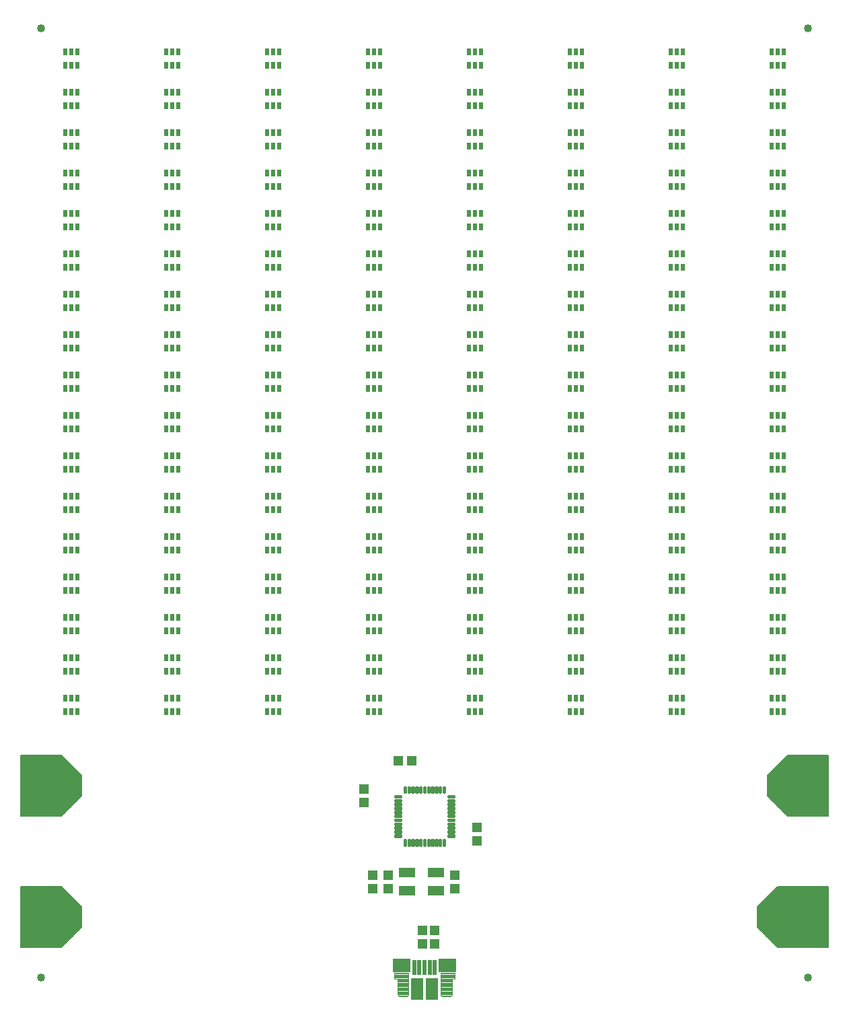
<source format=gts>
G75*
%MOIN*%
%OFA0B0*%
%FSLAX25Y25*%
%IPPOS*%
%LPD*%
%AMOC8*
5,1,8,0,0,1.08239X$1,22.5*
%
%ADD10C,0.00600*%
%ADD11R,0.02375X0.03556*%
%ADD12C,0.01803*%
%ADD13R,0.04737X0.05131*%
%ADD14R,0.05131X0.04737*%
%ADD15R,0.08280X0.05131*%
%ADD16R,0.02375X0.07690*%
%ADD17R,0.08674X0.06548*%
%ADD18R,0.06410X0.10643*%
%ADD19C,0.00400*%
%ADD20C,0.04000*%
D10*
X0001300Y0033524D02*
X0001300Y0063524D01*
X0021300Y0063524D01*
X0031300Y0053524D01*
X0031300Y0043524D01*
X0021300Y0033524D01*
X0001300Y0033524D01*
X0001300Y0033662D02*
X0021437Y0033662D01*
X0022036Y0034260D02*
X0001300Y0034260D01*
X0001300Y0034859D02*
X0022634Y0034859D01*
X0023233Y0035457D02*
X0001300Y0035457D01*
X0001300Y0036056D02*
X0023832Y0036056D01*
X0024430Y0036654D02*
X0001300Y0036654D01*
X0001300Y0037253D02*
X0025029Y0037253D01*
X0025627Y0037851D02*
X0001300Y0037851D01*
X0001300Y0038450D02*
X0026226Y0038450D01*
X0026824Y0039048D02*
X0001300Y0039048D01*
X0001300Y0039647D02*
X0027423Y0039647D01*
X0028021Y0040246D02*
X0001300Y0040246D01*
X0001300Y0040844D02*
X0028620Y0040844D01*
X0029218Y0041443D02*
X0001300Y0041443D01*
X0001300Y0042041D02*
X0029817Y0042041D01*
X0030415Y0042640D02*
X0001300Y0042640D01*
X0001300Y0043238D02*
X0031014Y0043238D01*
X0031300Y0043837D02*
X0001300Y0043837D01*
X0001300Y0044435D02*
X0031300Y0044435D01*
X0031300Y0045034D02*
X0001300Y0045034D01*
X0001300Y0045632D02*
X0031300Y0045632D01*
X0031300Y0046231D02*
X0001300Y0046231D01*
X0001300Y0046829D02*
X0031300Y0046829D01*
X0031300Y0047428D02*
X0001300Y0047428D01*
X0001300Y0048026D02*
X0031300Y0048026D01*
X0031300Y0048625D02*
X0001300Y0048625D01*
X0001300Y0049223D02*
X0031300Y0049223D01*
X0031300Y0049822D02*
X0001300Y0049822D01*
X0001300Y0050420D02*
X0031300Y0050420D01*
X0031300Y0051019D02*
X0001300Y0051019D01*
X0001300Y0051617D02*
X0031300Y0051617D01*
X0031300Y0052216D02*
X0001300Y0052216D01*
X0001300Y0052814D02*
X0031300Y0052814D01*
X0031300Y0053413D02*
X0001300Y0053413D01*
X0001300Y0054011D02*
X0030813Y0054011D01*
X0030215Y0054610D02*
X0001300Y0054610D01*
X0001300Y0055208D02*
X0029616Y0055208D01*
X0029018Y0055807D02*
X0001300Y0055807D01*
X0001300Y0056405D02*
X0028419Y0056405D01*
X0027821Y0057004D02*
X0001300Y0057004D01*
X0001300Y0057602D02*
X0027222Y0057602D01*
X0026624Y0058201D02*
X0001300Y0058201D01*
X0001300Y0058799D02*
X0026025Y0058799D01*
X0025427Y0059398D02*
X0001300Y0059398D01*
X0001300Y0059996D02*
X0024828Y0059996D01*
X0024230Y0060595D02*
X0001300Y0060595D01*
X0001300Y0061193D02*
X0023631Y0061193D01*
X0023032Y0061792D02*
X0001300Y0061792D01*
X0001300Y0062390D02*
X0022434Y0062390D01*
X0021835Y0062989D02*
X0001300Y0062989D01*
X0001300Y0098524D02*
X0001300Y0128524D01*
X0021300Y0128524D01*
X0031300Y0118524D01*
X0031300Y0108524D01*
X0021300Y0098524D01*
X0001300Y0098524D01*
X0001300Y0098900D02*
X0021675Y0098900D01*
X0022274Y0099498D02*
X0001300Y0099498D01*
X0001300Y0100097D02*
X0022872Y0100097D01*
X0023471Y0100695D02*
X0001300Y0100695D01*
X0001300Y0101294D02*
X0024069Y0101294D01*
X0024668Y0101892D02*
X0001300Y0101892D01*
X0001300Y0102491D02*
X0025266Y0102491D01*
X0025865Y0103089D02*
X0001300Y0103089D01*
X0001300Y0103688D02*
X0026463Y0103688D01*
X0027062Y0104286D02*
X0001300Y0104286D01*
X0001300Y0104885D02*
X0027660Y0104885D01*
X0028259Y0105483D02*
X0001300Y0105483D01*
X0001300Y0106082D02*
X0028857Y0106082D01*
X0029456Y0106680D02*
X0001300Y0106680D01*
X0001300Y0107279D02*
X0030054Y0107279D01*
X0030653Y0107877D02*
X0001300Y0107877D01*
X0001300Y0108476D02*
X0031251Y0108476D01*
X0031300Y0109074D02*
X0001300Y0109074D01*
X0001300Y0109673D02*
X0031300Y0109673D01*
X0031300Y0110271D02*
X0001300Y0110271D01*
X0001300Y0110870D02*
X0031300Y0110870D01*
X0031300Y0111468D02*
X0001300Y0111468D01*
X0001300Y0112067D02*
X0031300Y0112067D01*
X0031300Y0112665D02*
X0001300Y0112665D01*
X0001300Y0113264D02*
X0031300Y0113264D01*
X0031300Y0113862D02*
X0001300Y0113862D01*
X0001300Y0114461D02*
X0031300Y0114461D01*
X0031300Y0115059D02*
X0001300Y0115059D01*
X0001300Y0115658D02*
X0031300Y0115658D01*
X0031300Y0116256D02*
X0001300Y0116256D01*
X0001300Y0116855D02*
X0031300Y0116855D01*
X0031300Y0117453D02*
X0001300Y0117453D01*
X0001300Y0118052D02*
X0031300Y0118052D01*
X0031174Y0118650D02*
X0001300Y0118650D01*
X0001300Y0119249D02*
X0030575Y0119249D01*
X0029977Y0119848D02*
X0001300Y0119848D01*
X0001300Y0120446D02*
X0029378Y0120446D01*
X0028780Y0121045D02*
X0001300Y0121045D01*
X0001300Y0121643D02*
X0028181Y0121643D01*
X0027583Y0122242D02*
X0001300Y0122242D01*
X0001300Y0122840D02*
X0026984Y0122840D01*
X0026386Y0123439D02*
X0001300Y0123439D01*
X0001300Y0124037D02*
X0025787Y0124037D01*
X0025189Y0124636D02*
X0001300Y0124636D01*
X0001300Y0125234D02*
X0024590Y0125234D01*
X0023992Y0125833D02*
X0001300Y0125833D01*
X0001300Y0126431D02*
X0023393Y0126431D01*
X0022795Y0127030D02*
X0001300Y0127030D01*
X0001300Y0127628D02*
X0022196Y0127628D01*
X0021598Y0128227D02*
X0001300Y0128227D01*
X0366300Y0053524D02*
X0366300Y0043524D01*
X0376300Y0033524D01*
X0401300Y0033524D01*
X0401300Y0063524D01*
X0376300Y0063524D01*
X0366300Y0053524D01*
X0366300Y0053413D02*
X0401300Y0053413D01*
X0401300Y0054011D02*
X0366787Y0054011D01*
X0367385Y0054610D02*
X0401300Y0054610D01*
X0401300Y0055208D02*
X0367984Y0055208D01*
X0368582Y0055807D02*
X0401300Y0055807D01*
X0401300Y0056405D02*
X0369181Y0056405D01*
X0369779Y0057004D02*
X0401300Y0057004D01*
X0401300Y0057602D02*
X0370378Y0057602D01*
X0370976Y0058201D02*
X0401300Y0058201D01*
X0401300Y0058799D02*
X0371575Y0058799D01*
X0372173Y0059398D02*
X0401300Y0059398D01*
X0401300Y0059996D02*
X0372772Y0059996D01*
X0373370Y0060595D02*
X0401300Y0060595D01*
X0401300Y0061193D02*
X0373969Y0061193D01*
X0374568Y0061792D02*
X0401300Y0061792D01*
X0401300Y0062390D02*
X0375166Y0062390D01*
X0375765Y0062989D02*
X0401300Y0062989D01*
X0401300Y0052814D02*
X0366300Y0052814D01*
X0366300Y0052216D02*
X0401300Y0052216D01*
X0401300Y0051617D02*
X0366300Y0051617D01*
X0366300Y0051019D02*
X0401300Y0051019D01*
X0401300Y0050420D02*
X0366300Y0050420D01*
X0366300Y0049822D02*
X0401300Y0049822D01*
X0401300Y0049223D02*
X0366300Y0049223D01*
X0366300Y0048625D02*
X0401300Y0048625D01*
X0401300Y0048026D02*
X0366300Y0048026D01*
X0366300Y0047428D02*
X0401300Y0047428D01*
X0401300Y0046829D02*
X0366300Y0046829D01*
X0366300Y0046231D02*
X0401300Y0046231D01*
X0401300Y0045632D02*
X0366300Y0045632D01*
X0366300Y0045034D02*
X0401300Y0045034D01*
X0401300Y0044435D02*
X0366300Y0044435D01*
X0366300Y0043837D02*
X0401300Y0043837D01*
X0401300Y0043238D02*
X0366586Y0043238D01*
X0367185Y0042640D02*
X0401300Y0042640D01*
X0401300Y0042041D02*
X0367783Y0042041D01*
X0368382Y0041443D02*
X0401300Y0041443D01*
X0401300Y0040844D02*
X0368980Y0040844D01*
X0369579Y0040246D02*
X0401300Y0040246D01*
X0401300Y0039647D02*
X0370177Y0039647D01*
X0370776Y0039048D02*
X0401300Y0039048D01*
X0401300Y0038450D02*
X0371374Y0038450D01*
X0371973Y0037851D02*
X0401300Y0037851D01*
X0401300Y0037253D02*
X0372571Y0037253D01*
X0373170Y0036654D02*
X0401300Y0036654D01*
X0401300Y0036056D02*
X0373768Y0036056D01*
X0374367Y0035457D02*
X0401300Y0035457D01*
X0401300Y0034859D02*
X0374966Y0034859D01*
X0375564Y0034260D02*
X0401300Y0034260D01*
X0401300Y0033662D02*
X0376163Y0033662D01*
X0381300Y0098524D02*
X0401300Y0098524D01*
X0401300Y0128524D01*
X0381300Y0128524D01*
X0371300Y0118524D01*
X0371300Y0108524D01*
X0381300Y0098524D01*
X0380925Y0098900D02*
X0401300Y0098900D01*
X0401300Y0099498D02*
X0380326Y0099498D01*
X0379728Y0100097D02*
X0401300Y0100097D01*
X0401300Y0100695D02*
X0379129Y0100695D01*
X0378531Y0101294D02*
X0401300Y0101294D01*
X0401300Y0101892D02*
X0377932Y0101892D01*
X0377334Y0102491D02*
X0401300Y0102491D01*
X0401300Y0103089D02*
X0376735Y0103089D01*
X0376137Y0103688D02*
X0401300Y0103688D01*
X0401300Y0104286D02*
X0375538Y0104286D01*
X0374940Y0104885D02*
X0401300Y0104885D01*
X0401300Y0105483D02*
X0374341Y0105483D01*
X0373743Y0106082D02*
X0401300Y0106082D01*
X0401300Y0106680D02*
X0373144Y0106680D01*
X0372546Y0107279D02*
X0401300Y0107279D01*
X0401300Y0107877D02*
X0371947Y0107877D01*
X0371349Y0108476D02*
X0401300Y0108476D01*
X0401300Y0109074D02*
X0371300Y0109074D01*
X0371300Y0109673D02*
X0401300Y0109673D01*
X0401300Y0110271D02*
X0371300Y0110271D01*
X0371300Y0110870D02*
X0401300Y0110870D01*
X0401300Y0111468D02*
X0371300Y0111468D01*
X0371300Y0112067D02*
X0401300Y0112067D01*
X0401300Y0112665D02*
X0371300Y0112665D01*
X0371300Y0113264D02*
X0401300Y0113264D01*
X0401300Y0113862D02*
X0371300Y0113862D01*
X0371300Y0114461D02*
X0401300Y0114461D01*
X0401300Y0115059D02*
X0371300Y0115059D01*
X0371300Y0115658D02*
X0401300Y0115658D01*
X0401300Y0116256D02*
X0371300Y0116256D01*
X0371300Y0116855D02*
X0401300Y0116855D01*
X0401300Y0117453D02*
X0371300Y0117453D01*
X0371300Y0118052D02*
X0401300Y0118052D01*
X0401300Y0118650D02*
X0371426Y0118650D01*
X0372025Y0119249D02*
X0401300Y0119249D01*
X0401300Y0119848D02*
X0372623Y0119848D01*
X0373222Y0120446D02*
X0401300Y0120446D01*
X0401300Y0121045D02*
X0373820Y0121045D01*
X0374419Y0121643D02*
X0401300Y0121643D01*
X0401300Y0122242D02*
X0375017Y0122242D01*
X0375616Y0122840D02*
X0401300Y0122840D01*
X0401300Y0123439D02*
X0376214Y0123439D01*
X0376813Y0124037D02*
X0401300Y0124037D01*
X0401300Y0124636D02*
X0377411Y0124636D01*
X0378010Y0125234D02*
X0401300Y0125234D01*
X0401300Y0125833D02*
X0378608Y0125833D01*
X0379207Y0126431D02*
X0401300Y0126431D01*
X0401300Y0127030D02*
X0379805Y0127030D01*
X0380404Y0127628D02*
X0401300Y0127628D01*
X0401300Y0128227D02*
X0381002Y0128227D01*
D11*
X0379450Y0150178D03*
X0376300Y0150178D03*
X0373150Y0150178D03*
X0373150Y0156871D03*
X0376300Y0156871D03*
X0379450Y0156871D03*
X0379450Y0170178D03*
X0376300Y0170178D03*
X0373150Y0170178D03*
X0373150Y0176871D03*
X0376300Y0176871D03*
X0379450Y0176871D03*
X0379450Y0190178D03*
X0376300Y0190178D03*
X0373150Y0190178D03*
X0373150Y0196871D03*
X0376300Y0196871D03*
X0379450Y0196871D03*
X0379450Y0210178D03*
X0376300Y0210178D03*
X0373150Y0210178D03*
X0373150Y0216871D03*
X0376300Y0216871D03*
X0379450Y0216871D03*
X0379450Y0230178D03*
X0376300Y0230178D03*
X0373150Y0230178D03*
X0373150Y0236871D03*
X0376300Y0236871D03*
X0379450Y0236871D03*
X0379450Y0250178D03*
X0376300Y0250178D03*
X0373150Y0250178D03*
X0373150Y0256871D03*
X0376300Y0256871D03*
X0379450Y0256871D03*
X0379450Y0270178D03*
X0376300Y0270178D03*
X0373150Y0270178D03*
X0373150Y0276871D03*
X0376300Y0276871D03*
X0379450Y0276871D03*
X0379450Y0290178D03*
X0376300Y0290178D03*
X0373150Y0290178D03*
X0373150Y0296871D03*
X0376300Y0296871D03*
X0379450Y0296871D03*
X0379450Y0310178D03*
X0376300Y0310178D03*
X0373150Y0310178D03*
X0373150Y0316871D03*
X0376300Y0316871D03*
X0379450Y0316871D03*
X0379450Y0330178D03*
X0376300Y0330178D03*
X0373150Y0330178D03*
X0373150Y0336871D03*
X0376300Y0336871D03*
X0379450Y0336871D03*
X0379450Y0350178D03*
X0376300Y0350178D03*
X0373150Y0350178D03*
X0373150Y0356871D03*
X0376300Y0356871D03*
X0379450Y0356871D03*
X0379450Y0370178D03*
X0376300Y0370178D03*
X0373150Y0370178D03*
X0373150Y0376871D03*
X0376300Y0376871D03*
X0379450Y0376871D03*
X0379450Y0390178D03*
X0376300Y0390178D03*
X0373150Y0390178D03*
X0373150Y0396871D03*
X0376300Y0396871D03*
X0379450Y0396871D03*
X0379450Y0410178D03*
X0376300Y0410178D03*
X0373150Y0410178D03*
X0373150Y0416871D03*
X0376300Y0416871D03*
X0379450Y0416871D03*
X0379450Y0430178D03*
X0376300Y0430178D03*
X0373150Y0430178D03*
X0373150Y0436871D03*
X0376300Y0436871D03*
X0379450Y0436871D03*
X0379450Y0450178D03*
X0376300Y0450178D03*
X0373150Y0450178D03*
X0373150Y0456871D03*
X0376300Y0456871D03*
X0379450Y0456871D03*
X0379450Y0470178D03*
X0376300Y0470178D03*
X0373150Y0470178D03*
X0373150Y0476871D03*
X0376300Y0476871D03*
X0379450Y0476871D03*
X0329450Y0476871D03*
X0326300Y0476871D03*
X0323150Y0476871D03*
X0323150Y0470178D03*
X0326300Y0470178D03*
X0329450Y0470178D03*
X0329450Y0456871D03*
X0326300Y0456871D03*
X0323150Y0456871D03*
X0323150Y0450178D03*
X0326300Y0450178D03*
X0329450Y0450178D03*
X0329450Y0436871D03*
X0326300Y0436871D03*
X0323150Y0436871D03*
X0323150Y0430178D03*
X0326300Y0430178D03*
X0329450Y0430178D03*
X0329450Y0416871D03*
X0326300Y0416871D03*
X0323150Y0416871D03*
X0323150Y0410178D03*
X0326300Y0410178D03*
X0329450Y0410178D03*
X0329450Y0396871D03*
X0326300Y0396871D03*
X0323150Y0396871D03*
X0323150Y0390178D03*
X0326300Y0390178D03*
X0329450Y0390178D03*
X0329450Y0376871D03*
X0326300Y0376871D03*
X0323150Y0376871D03*
X0323150Y0370178D03*
X0326300Y0370178D03*
X0329450Y0370178D03*
X0329450Y0356871D03*
X0326300Y0356871D03*
X0323150Y0356871D03*
X0323150Y0350178D03*
X0326300Y0350178D03*
X0329450Y0350178D03*
X0329450Y0336871D03*
X0326300Y0336871D03*
X0323150Y0336871D03*
X0323150Y0330178D03*
X0326300Y0330178D03*
X0329450Y0330178D03*
X0329450Y0316871D03*
X0326300Y0316871D03*
X0323150Y0316871D03*
X0323150Y0310178D03*
X0326300Y0310178D03*
X0329450Y0310178D03*
X0329450Y0296871D03*
X0326300Y0296871D03*
X0323150Y0296871D03*
X0323150Y0290178D03*
X0326300Y0290178D03*
X0329450Y0290178D03*
X0329450Y0276871D03*
X0326300Y0276871D03*
X0323150Y0276871D03*
X0323150Y0270178D03*
X0326300Y0270178D03*
X0329450Y0270178D03*
X0329450Y0256871D03*
X0326300Y0256871D03*
X0323150Y0256871D03*
X0323150Y0250178D03*
X0326300Y0250178D03*
X0329450Y0250178D03*
X0329450Y0236871D03*
X0326300Y0236871D03*
X0323150Y0236871D03*
X0323150Y0230178D03*
X0326300Y0230178D03*
X0329450Y0230178D03*
X0329450Y0216871D03*
X0326300Y0216871D03*
X0323150Y0216871D03*
X0323150Y0210178D03*
X0326300Y0210178D03*
X0329450Y0210178D03*
X0329450Y0196871D03*
X0326300Y0196871D03*
X0323150Y0196871D03*
X0323150Y0190178D03*
X0326300Y0190178D03*
X0329450Y0190178D03*
X0329450Y0176871D03*
X0326300Y0176871D03*
X0323150Y0176871D03*
X0323150Y0170178D03*
X0326300Y0170178D03*
X0329450Y0170178D03*
X0329450Y0156871D03*
X0326300Y0156871D03*
X0323150Y0156871D03*
X0323150Y0150178D03*
X0326300Y0150178D03*
X0329450Y0150178D03*
X0279450Y0150178D03*
X0276300Y0150178D03*
X0273150Y0150178D03*
X0273150Y0156871D03*
X0276300Y0156871D03*
X0279450Y0156871D03*
X0279450Y0170178D03*
X0276300Y0170178D03*
X0273150Y0170178D03*
X0273150Y0176871D03*
X0276300Y0176871D03*
X0279450Y0176871D03*
X0279450Y0190178D03*
X0276300Y0190178D03*
X0273150Y0190178D03*
X0273150Y0196871D03*
X0276300Y0196871D03*
X0279450Y0196871D03*
X0279450Y0210178D03*
X0276300Y0210178D03*
X0273150Y0210178D03*
X0273150Y0216871D03*
X0276300Y0216871D03*
X0279450Y0216871D03*
X0279450Y0230178D03*
X0276300Y0230178D03*
X0273150Y0230178D03*
X0273150Y0236871D03*
X0276300Y0236871D03*
X0279450Y0236871D03*
X0279450Y0250178D03*
X0276300Y0250178D03*
X0273150Y0250178D03*
X0273150Y0256871D03*
X0276300Y0256871D03*
X0279450Y0256871D03*
X0279450Y0270178D03*
X0276300Y0270178D03*
X0273150Y0270178D03*
X0273150Y0276871D03*
X0276300Y0276871D03*
X0279450Y0276871D03*
X0279450Y0290178D03*
X0276300Y0290178D03*
X0273150Y0290178D03*
X0273150Y0296871D03*
X0276300Y0296871D03*
X0279450Y0296871D03*
X0279450Y0310178D03*
X0276300Y0310178D03*
X0273150Y0310178D03*
X0273150Y0316871D03*
X0276300Y0316871D03*
X0279450Y0316871D03*
X0279450Y0330178D03*
X0276300Y0330178D03*
X0273150Y0330178D03*
X0273150Y0336871D03*
X0276300Y0336871D03*
X0279450Y0336871D03*
X0279450Y0350178D03*
X0276300Y0350178D03*
X0273150Y0350178D03*
X0273150Y0356871D03*
X0276300Y0356871D03*
X0279450Y0356871D03*
X0279450Y0370178D03*
X0276300Y0370178D03*
X0273150Y0370178D03*
X0273150Y0376871D03*
X0276300Y0376871D03*
X0279450Y0376871D03*
X0279450Y0390178D03*
X0276300Y0390178D03*
X0273150Y0390178D03*
X0273150Y0396871D03*
X0276300Y0396871D03*
X0279450Y0396871D03*
X0279450Y0410178D03*
X0276300Y0410178D03*
X0273150Y0410178D03*
X0273150Y0416871D03*
X0276300Y0416871D03*
X0279450Y0416871D03*
X0279450Y0430178D03*
X0276300Y0430178D03*
X0273150Y0430178D03*
X0273150Y0436871D03*
X0276300Y0436871D03*
X0279450Y0436871D03*
X0279450Y0450178D03*
X0276300Y0450178D03*
X0273150Y0450178D03*
X0273150Y0456871D03*
X0276300Y0456871D03*
X0279450Y0456871D03*
X0279450Y0470178D03*
X0276300Y0470178D03*
X0273150Y0470178D03*
X0273150Y0476871D03*
X0276300Y0476871D03*
X0279450Y0476871D03*
X0229450Y0476871D03*
X0226300Y0476871D03*
X0223150Y0476871D03*
X0223150Y0470178D03*
X0226300Y0470178D03*
X0229450Y0470178D03*
X0229450Y0456871D03*
X0226300Y0456871D03*
X0223150Y0456871D03*
X0223150Y0450178D03*
X0226300Y0450178D03*
X0229450Y0450178D03*
X0229450Y0436871D03*
X0226300Y0436871D03*
X0223150Y0436871D03*
X0223150Y0430178D03*
X0226300Y0430178D03*
X0229450Y0430178D03*
X0229450Y0416871D03*
X0226300Y0416871D03*
X0223150Y0416871D03*
X0223150Y0410178D03*
X0226300Y0410178D03*
X0229450Y0410178D03*
X0229450Y0396871D03*
X0226300Y0396871D03*
X0223150Y0396871D03*
X0223150Y0390178D03*
X0226300Y0390178D03*
X0229450Y0390178D03*
X0229450Y0376871D03*
X0226300Y0376871D03*
X0223150Y0376871D03*
X0223150Y0370178D03*
X0226300Y0370178D03*
X0229450Y0370178D03*
X0229450Y0356871D03*
X0226300Y0356871D03*
X0223150Y0356871D03*
X0223150Y0350178D03*
X0226300Y0350178D03*
X0229450Y0350178D03*
X0229450Y0336871D03*
X0226300Y0336871D03*
X0223150Y0336871D03*
X0223150Y0330178D03*
X0226300Y0330178D03*
X0229450Y0330178D03*
X0229450Y0316871D03*
X0226300Y0316871D03*
X0223150Y0316871D03*
X0223150Y0310178D03*
X0226300Y0310178D03*
X0229450Y0310178D03*
X0229450Y0296871D03*
X0226300Y0296871D03*
X0223150Y0296871D03*
X0223150Y0290178D03*
X0226300Y0290178D03*
X0229450Y0290178D03*
X0229450Y0276871D03*
X0226300Y0276871D03*
X0223150Y0276871D03*
X0223150Y0270178D03*
X0226300Y0270178D03*
X0229450Y0270178D03*
X0229450Y0256871D03*
X0226300Y0256871D03*
X0223150Y0256871D03*
X0223150Y0250178D03*
X0226300Y0250178D03*
X0229450Y0250178D03*
X0229450Y0236871D03*
X0226300Y0236871D03*
X0223150Y0236871D03*
X0223150Y0230178D03*
X0226300Y0230178D03*
X0229450Y0230178D03*
X0229450Y0216871D03*
X0226300Y0216871D03*
X0223150Y0216871D03*
X0223150Y0210178D03*
X0226300Y0210178D03*
X0229450Y0210178D03*
X0229450Y0196871D03*
X0226300Y0196871D03*
X0223150Y0196871D03*
X0223150Y0190178D03*
X0226300Y0190178D03*
X0229450Y0190178D03*
X0229450Y0176871D03*
X0226300Y0176871D03*
X0223150Y0176871D03*
X0223150Y0170178D03*
X0226300Y0170178D03*
X0229450Y0170178D03*
X0229450Y0156871D03*
X0226300Y0156871D03*
X0223150Y0156871D03*
X0223150Y0150178D03*
X0226300Y0150178D03*
X0229450Y0150178D03*
X0179450Y0150178D03*
X0176300Y0150178D03*
X0173150Y0150178D03*
X0173150Y0156871D03*
X0176300Y0156871D03*
X0179450Y0156871D03*
X0179450Y0170178D03*
X0176300Y0170178D03*
X0173150Y0170178D03*
X0173150Y0176871D03*
X0176300Y0176871D03*
X0179450Y0176871D03*
X0179450Y0190178D03*
X0176300Y0190178D03*
X0173150Y0190178D03*
X0173150Y0196871D03*
X0176300Y0196871D03*
X0179450Y0196871D03*
X0179450Y0210178D03*
X0176300Y0210178D03*
X0173150Y0210178D03*
X0173150Y0216871D03*
X0176300Y0216871D03*
X0179450Y0216871D03*
X0179450Y0230178D03*
X0176300Y0230178D03*
X0173150Y0230178D03*
X0173150Y0236871D03*
X0176300Y0236871D03*
X0179450Y0236871D03*
X0179450Y0250178D03*
X0176300Y0250178D03*
X0173150Y0250178D03*
X0173150Y0256871D03*
X0176300Y0256871D03*
X0179450Y0256871D03*
X0179450Y0270178D03*
X0176300Y0270178D03*
X0173150Y0270178D03*
X0173150Y0276871D03*
X0176300Y0276871D03*
X0179450Y0276871D03*
X0179450Y0290178D03*
X0176300Y0290178D03*
X0173150Y0290178D03*
X0173150Y0296871D03*
X0176300Y0296871D03*
X0179450Y0296871D03*
X0179450Y0310178D03*
X0176300Y0310178D03*
X0173150Y0310178D03*
X0173150Y0316871D03*
X0176300Y0316871D03*
X0179450Y0316871D03*
X0179450Y0330178D03*
X0176300Y0330178D03*
X0173150Y0330178D03*
X0173150Y0336871D03*
X0176300Y0336871D03*
X0179450Y0336871D03*
X0179450Y0350178D03*
X0176300Y0350178D03*
X0173150Y0350178D03*
X0173150Y0356871D03*
X0176300Y0356871D03*
X0179450Y0356871D03*
X0179450Y0370178D03*
X0176300Y0370178D03*
X0173150Y0370178D03*
X0173150Y0376871D03*
X0176300Y0376871D03*
X0179450Y0376871D03*
X0179450Y0390178D03*
X0176300Y0390178D03*
X0173150Y0390178D03*
X0173150Y0396871D03*
X0176300Y0396871D03*
X0179450Y0396871D03*
X0179450Y0410178D03*
X0176300Y0410178D03*
X0173150Y0410178D03*
X0173150Y0416871D03*
X0176300Y0416871D03*
X0179450Y0416871D03*
X0179450Y0430178D03*
X0176300Y0430178D03*
X0173150Y0430178D03*
X0173150Y0436871D03*
X0176300Y0436871D03*
X0179450Y0436871D03*
X0179450Y0450178D03*
X0176300Y0450178D03*
X0173150Y0450178D03*
X0173150Y0456871D03*
X0176300Y0456871D03*
X0179450Y0456871D03*
X0179450Y0470178D03*
X0176300Y0470178D03*
X0173150Y0470178D03*
X0173150Y0476871D03*
X0176300Y0476871D03*
X0179450Y0476871D03*
X0129450Y0476871D03*
X0126300Y0476871D03*
X0123150Y0476871D03*
X0123150Y0470178D03*
X0126300Y0470178D03*
X0129450Y0470178D03*
X0129450Y0456871D03*
X0126300Y0456871D03*
X0123150Y0456871D03*
X0123150Y0450178D03*
X0126300Y0450178D03*
X0129450Y0450178D03*
X0129450Y0436871D03*
X0126300Y0436871D03*
X0123150Y0436871D03*
X0123150Y0430178D03*
X0126300Y0430178D03*
X0129450Y0430178D03*
X0129450Y0416871D03*
X0126300Y0416871D03*
X0123150Y0416871D03*
X0123150Y0410178D03*
X0126300Y0410178D03*
X0129450Y0410178D03*
X0129450Y0396871D03*
X0126300Y0396871D03*
X0123150Y0396871D03*
X0123150Y0390178D03*
X0126300Y0390178D03*
X0129450Y0390178D03*
X0129450Y0376871D03*
X0126300Y0376871D03*
X0123150Y0376871D03*
X0123150Y0370178D03*
X0126300Y0370178D03*
X0129450Y0370178D03*
X0129450Y0356871D03*
X0126300Y0356871D03*
X0123150Y0356871D03*
X0123150Y0350178D03*
X0126300Y0350178D03*
X0129450Y0350178D03*
X0129450Y0336871D03*
X0126300Y0336871D03*
X0123150Y0336871D03*
X0123150Y0330178D03*
X0126300Y0330178D03*
X0129450Y0330178D03*
X0129450Y0316871D03*
X0126300Y0316871D03*
X0123150Y0316871D03*
X0123150Y0310178D03*
X0126300Y0310178D03*
X0129450Y0310178D03*
X0129450Y0296871D03*
X0126300Y0296871D03*
X0123150Y0296871D03*
X0123150Y0290178D03*
X0126300Y0290178D03*
X0129450Y0290178D03*
X0129450Y0276871D03*
X0126300Y0276871D03*
X0123150Y0276871D03*
X0123150Y0270178D03*
X0126300Y0270178D03*
X0129450Y0270178D03*
X0129450Y0256871D03*
X0126300Y0256871D03*
X0123150Y0256871D03*
X0123150Y0250178D03*
X0126300Y0250178D03*
X0129450Y0250178D03*
X0129450Y0236871D03*
X0126300Y0236871D03*
X0123150Y0236871D03*
X0123150Y0230178D03*
X0126300Y0230178D03*
X0129450Y0230178D03*
X0129450Y0216871D03*
X0126300Y0216871D03*
X0123150Y0216871D03*
X0123150Y0210178D03*
X0126300Y0210178D03*
X0129450Y0210178D03*
X0129450Y0196871D03*
X0126300Y0196871D03*
X0123150Y0196871D03*
X0123150Y0190178D03*
X0126300Y0190178D03*
X0129450Y0190178D03*
X0129450Y0176871D03*
X0126300Y0176871D03*
X0123150Y0176871D03*
X0123150Y0170178D03*
X0126300Y0170178D03*
X0129450Y0170178D03*
X0129450Y0156871D03*
X0126300Y0156871D03*
X0123150Y0156871D03*
X0123150Y0150178D03*
X0126300Y0150178D03*
X0129450Y0150178D03*
X0079450Y0150178D03*
X0076300Y0150178D03*
X0073150Y0150178D03*
X0073150Y0156871D03*
X0076300Y0156871D03*
X0079450Y0156871D03*
X0079450Y0170178D03*
X0076300Y0170178D03*
X0073150Y0170178D03*
X0073150Y0176871D03*
X0076300Y0176871D03*
X0079450Y0176871D03*
X0079450Y0190178D03*
X0076300Y0190178D03*
X0073150Y0190178D03*
X0073150Y0196871D03*
X0076300Y0196871D03*
X0079450Y0196871D03*
X0079450Y0210178D03*
X0076300Y0210178D03*
X0073150Y0210178D03*
X0073150Y0216871D03*
X0076300Y0216871D03*
X0079450Y0216871D03*
X0079450Y0230178D03*
X0076300Y0230178D03*
X0073150Y0230178D03*
X0073150Y0236871D03*
X0076300Y0236871D03*
X0079450Y0236871D03*
X0079450Y0250178D03*
X0076300Y0250178D03*
X0073150Y0250178D03*
X0073150Y0256871D03*
X0076300Y0256871D03*
X0079450Y0256871D03*
X0079450Y0270178D03*
X0076300Y0270178D03*
X0073150Y0270178D03*
X0073150Y0276871D03*
X0076300Y0276871D03*
X0079450Y0276871D03*
X0079450Y0290178D03*
X0076300Y0290178D03*
X0073150Y0290178D03*
X0073150Y0296871D03*
X0076300Y0296871D03*
X0079450Y0296871D03*
X0079450Y0310178D03*
X0076300Y0310178D03*
X0073150Y0310178D03*
X0073150Y0316871D03*
X0076300Y0316871D03*
X0079450Y0316871D03*
X0079450Y0330178D03*
X0076300Y0330178D03*
X0073150Y0330178D03*
X0073150Y0336871D03*
X0076300Y0336871D03*
X0079450Y0336871D03*
X0079450Y0350178D03*
X0076300Y0350178D03*
X0073150Y0350178D03*
X0073150Y0356871D03*
X0076300Y0356871D03*
X0079450Y0356871D03*
X0079450Y0370178D03*
X0076300Y0370178D03*
X0073150Y0370178D03*
X0073150Y0376871D03*
X0076300Y0376871D03*
X0079450Y0376871D03*
X0079450Y0390178D03*
X0076300Y0390178D03*
X0073150Y0390178D03*
X0073150Y0396871D03*
X0076300Y0396871D03*
X0079450Y0396871D03*
X0079450Y0410178D03*
X0076300Y0410178D03*
X0073150Y0410178D03*
X0073150Y0416871D03*
X0076300Y0416871D03*
X0079450Y0416871D03*
X0079450Y0430178D03*
X0076300Y0430178D03*
X0073150Y0430178D03*
X0073150Y0436871D03*
X0076300Y0436871D03*
X0079450Y0436871D03*
X0079450Y0450178D03*
X0076300Y0450178D03*
X0073150Y0450178D03*
X0073150Y0456871D03*
X0076300Y0456871D03*
X0079450Y0456871D03*
X0079450Y0470178D03*
X0076300Y0470178D03*
X0073150Y0470178D03*
X0073150Y0476871D03*
X0076300Y0476871D03*
X0079450Y0476871D03*
X0029450Y0476871D03*
X0026300Y0476871D03*
X0023150Y0476871D03*
X0023150Y0470178D03*
X0026300Y0470178D03*
X0029450Y0470178D03*
X0029450Y0456871D03*
X0026300Y0456871D03*
X0023150Y0456871D03*
X0023150Y0450178D03*
X0026300Y0450178D03*
X0029450Y0450178D03*
X0029450Y0436871D03*
X0026300Y0436871D03*
X0023150Y0436871D03*
X0023150Y0430178D03*
X0026300Y0430178D03*
X0029450Y0430178D03*
X0029450Y0416871D03*
X0026300Y0416871D03*
X0023150Y0416871D03*
X0023150Y0410178D03*
X0026300Y0410178D03*
X0029450Y0410178D03*
X0029450Y0396871D03*
X0026300Y0396871D03*
X0023150Y0396871D03*
X0023150Y0390178D03*
X0026300Y0390178D03*
X0029450Y0390178D03*
X0029450Y0376871D03*
X0026300Y0376871D03*
X0023150Y0376871D03*
X0023150Y0370178D03*
X0026300Y0370178D03*
X0029450Y0370178D03*
X0029450Y0356871D03*
X0026300Y0356871D03*
X0023150Y0356871D03*
X0023150Y0350178D03*
X0026300Y0350178D03*
X0029450Y0350178D03*
X0029450Y0336871D03*
X0026300Y0336871D03*
X0023150Y0336871D03*
X0023150Y0330178D03*
X0026300Y0330178D03*
X0029450Y0330178D03*
X0029450Y0316871D03*
X0026300Y0316871D03*
X0023150Y0316871D03*
X0023150Y0310178D03*
X0026300Y0310178D03*
X0029450Y0310178D03*
X0029450Y0296871D03*
X0026300Y0296871D03*
X0023150Y0296871D03*
X0023150Y0290178D03*
X0026300Y0290178D03*
X0029450Y0290178D03*
X0029450Y0276871D03*
X0026300Y0276871D03*
X0023150Y0276871D03*
X0023150Y0270178D03*
X0026300Y0270178D03*
X0029450Y0270178D03*
X0029450Y0256871D03*
X0026300Y0256871D03*
X0023150Y0256871D03*
X0023150Y0250178D03*
X0026300Y0250178D03*
X0029450Y0250178D03*
X0029450Y0236871D03*
X0026300Y0236871D03*
X0023150Y0236871D03*
X0023150Y0230178D03*
X0026300Y0230178D03*
X0029450Y0230178D03*
X0029450Y0216871D03*
X0026300Y0216871D03*
X0023150Y0216871D03*
X0023150Y0210178D03*
X0026300Y0210178D03*
X0029450Y0210178D03*
X0029450Y0196871D03*
X0026300Y0196871D03*
X0023150Y0196871D03*
X0023150Y0190178D03*
X0026300Y0190178D03*
X0029450Y0190178D03*
X0029450Y0176871D03*
X0026300Y0176871D03*
X0023150Y0176871D03*
X0023150Y0170178D03*
X0026300Y0170178D03*
X0029450Y0170178D03*
X0029450Y0156871D03*
X0026300Y0156871D03*
X0023150Y0156871D03*
X0023150Y0150178D03*
X0026300Y0150178D03*
X0029450Y0150178D03*
D12*
X0187090Y0108290D02*
X0189238Y0108290D01*
X0189238Y0108112D01*
X0187090Y0108112D01*
X0187090Y0108290D01*
X0187090Y0106321D02*
X0189238Y0106321D01*
X0189238Y0106143D01*
X0187090Y0106143D01*
X0187090Y0106321D01*
X0187090Y0104436D02*
X0189238Y0104436D01*
X0189238Y0104258D01*
X0187090Y0104258D01*
X0187090Y0104436D01*
X0187090Y0102467D02*
X0189238Y0102467D01*
X0189238Y0102289D01*
X0187090Y0102289D01*
X0187090Y0102467D01*
X0187090Y0100582D02*
X0189238Y0100582D01*
X0189238Y0100404D01*
X0187090Y0100404D01*
X0187090Y0100582D01*
X0187090Y0098613D02*
X0189238Y0098613D01*
X0189238Y0098435D01*
X0187090Y0098435D01*
X0187090Y0098613D01*
X0187090Y0096467D02*
X0189238Y0096467D01*
X0187090Y0096467D02*
X0187090Y0096645D01*
X0189238Y0096645D01*
X0189238Y0096467D01*
X0189238Y0094582D02*
X0187090Y0094582D01*
X0187090Y0094760D01*
X0189238Y0094760D01*
X0189238Y0094582D01*
X0189238Y0092613D02*
X0187090Y0092613D01*
X0187090Y0092791D01*
X0189238Y0092791D01*
X0189238Y0092613D01*
X0189238Y0090728D02*
X0187090Y0090728D01*
X0187090Y0090906D01*
X0189238Y0090906D01*
X0189238Y0090728D01*
X0189238Y0088759D02*
X0187090Y0088759D01*
X0187090Y0088937D01*
X0189238Y0088937D01*
X0189238Y0088759D01*
X0191535Y0086463D02*
X0191535Y0084315D01*
X0191535Y0086463D02*
X0191713Y0086463D01*
X0191713Y0084315D01*
X0191535Y0084315D01*
X0191535Y0086028D02*
X0191713Y0086028D01*
X0193503Y0086463D02*
X0193503Y0084315D01*
X0193503Y0086463D02*
X0193681Y0086463D01*
X0193681Y0084315D01*
X0193503Y0084315D01*
X0193503Y0086028D02*
X0193681Y0086028D01*
X0195389Y0086463D02*
X0195389Y0084315D01*
X0195389Y0086463D02*
X0195567Y0086463D01*
X0195567Y0084315D01*
X0195389Y0084315D01*
X0195389Y0086028D02*
X0195567Y0086028D01*
X0197357Y0086463D02*
X0197357Y0084315D01*
X0197357Y0086463D02*
X0197535Y0086463D01*
X0197535Y0084315D01*
X0197357Y0084315D01*
X0197357Y0086028D02*
X0197535Y0086028D01*
X0199242Y0086463D02*
X0199242Y0084315D01*
X0199242Y0086463D02*
X0199420Y0086463D01*
X0199420Y0084315D01*
X0199242Y0084315D01*
X0199242Y0086028D02*
X0199420Y0086028D01*
X0201211Y0086463D02*
X0201211Y0084315D01*
X0201211Y0086463D02*
X0201389Y0086463D01*
X0201389Y0084315D01*
X0201211Y0084315D01*
X0201211Y0086028D02*
X0201389Y0086028D01*
X0203358Y0086463D02*
X0203358Y0084315D01*
X0203180Y0084315D01*
X0203180Y0086463D01*
X0203358Y0086463D01*
X0203358Y0086028D02*
X0203180Y0086028D01*
X0205243Y0086463D02*
X0205243Y0084315D01*
X0205065Y0084315D01*
X0205065Y0086463D01*
X0205243Y0086463D01*
X0205243Y0086028D02*
X0205065Y0086028D01*
X0207211Y0086463D02*
X0207211Y0084315D01*
X0207033Y0084315D01*
X0207033Y0086463D01*
X0207211Y0086463D01*
X0207211Y0086028D02*
X0207033Y0086028D01*
X0209097Y0086463D02*
X0209097Y0084315D01*
X0208919Y0084315D01*
X0208919Y0086463D01*
X0209097Y0086463D01*
X0209097Y0086028D02*
X0208919Y0086028D01*
X0211065Y0086463D02*
X0211065Y0084315D01*
X0210887Y0084315D01*
X0210887Y0086463D01*
X0211065Y0086463D01*
X0211065Y0086028D02*
X0210887Y0086028D01*
X0213362Y0088759D02*
X0215510Y0088759D01*
X0213362Y0088759D02*
X0213362Y0088937D01*
X0215510Y0088937D01*
X0215510Y0088759D01*
X0215510Y0090728D02*
X0213362Y0090728D01*
X0213362Y0090906D01*
X0215510Y0090906D01*
X0215510Y0090728D01*
X0215510Y0092613D02*
X0213362Y0092613D01*
X0213362Y0092791D01*
X0215510Y0092791D01*
X0215510Y0092613D01*
X0215510Y0094582D02*
X0213362Y0094582D01*
X0213362Y0094760D01*
X0215510Y0094760D01*
X0215510Y0094582D01*
X0215510Y0096467D02*
X0213362Y0096467D01*
X0213362Y0096645D01*
X0215510Y0096645D01*
X0215510Y0096467D01*
X0215510Y0098435D02*
X0213362Y0098435D01*
X0213362Y0098613D01*
X0215510Y0098613D01*
X0215510Y0098435D01*
X0215510Y0100582D02*
X0213362Y0100582D01*
X0215510Y0100582D02*
X0215510Y0100404D01*
X0213362Y0100404D01*
X0213362Y0100582D01*
X0213362Y0102467D02*
X0215510Y0102467D01*
X0215510Y0102289D01*
X0213362Y0102289D01*
X0213362Y0102467D01*
X0213362Y0104436D02*
X0215510Y0104436D01*
X0215510Y0104258D01*
X0213362Y0104258D01*
X0213362Y0104436D01*
X0213362Y0106321D02*
X0215510Y0106321D01*
X0215510Y0106143D01*
X0213362Y0106143D01*
X0213362Y0106321D01*
X0213362Y0108290D02*
X0215510Y0108290D01*
X0215510Y0108112D01*
X0213362Y0108112D01*
X0213362Y0108290D01*
X0211065Y0110586D02*
X0211065Y0112734D01*
X0211065Y0110586D02*
X0210887Y0110586D01*
X0210887Y0112734D01*
X0211065Y0112734D01*
X0211065Y0112299D02*
X0210887Y0112299D01*
X0209097Y0112734D02*
X0209097Y0110586D01*
X0208919Y0110586D01*
X0208919Y0112734D01*
X0209097Y0112734D01*
X0209097Y0112299D02*
X0208919Y0112299D01*
X0207211Y0112734D02*
X0207211Y0110586D01*
X0207033Y0110586D01*
X0207033Y0112734D01*
X0207211Y0112734D01*
X0207211Y0112299D02*
X0207033Y0112299D01*
X0205243Y0112734D02*
X0205243Y0110586D01*
X0205065Y0110586D01*
X0205065Y0112734D01*
X0205243Y0112734D01*
X0205243Y0112299D02*
X0205065Y0112299D01*
X0203358Y0112734D02*
X0203358Y0110586D01*
X0203180Y0110586D01*
X0203180Y0112734D01*
X0203358Y0112734D01*
X0203358Y0112299D02*
X0203180Y0112299D01*
X0201389Y0112734D02*
X0201389Y0110586D01*
X0201211Y0110586D01*
X0201211Y0112734D01*
X0201389Y0112734D01*
X0201389Y0112299D02*
X0201211Y0112299D01*
X0199242Y0112734D02*
X0199242Y0110586D01*
X0199242Y0112734D02*
X0199420Y0112734D01*
X0199420Y0110586D01*
X0199242Y0110586D01*
X0199242Y0112299D02*
X0199420Y0112299D01*
X0197357Y0112734D02*
X0197357Y0110586D01*
X0197357Y0112734D02*
X0197535Y0112734D01*
X0197535Y0110586D01*
X0197357Y0110586D01*
X0197357Y0112299D02*
X0197535Y0112299D01*
X0195389Y0112734D02*
X0195389Y0110586D01*
X0195389Y0112734D02*
X0195567Y0112734D01*
X0195567Y0110586D01*
X0195389Y0110586D01*
X0195389Y0112299D02*
X0195567Y0112299D01*
X0193503Y0112734D02*
X0193503Y0110586D01*
X0193503Y0112734D02*
X0193681Y0112734D01*
X0193681Y0110586D01*
X0193503Y0110586D01*
X0193503Y0112299D02*
X0193681Y0112299D01*
X0191535Y0112734D02*
X0191535Y0110586D01*
X0191535Y0112734D02*
X0191713Y0112734D01*
X0191713Y0110586D01*
X0191535Y0110586D01*
X0191535Y0112299D02*
X0191713Y0112299D01*
D13*
X0171300Y0111871D03*
X0171300Y0105178D03*
X0175800Y0069371D03*
X0175800Y0062678D03*
X0183300Y0062678D03*
X0183300Y0069371D03*
X0200300Y0041871D03*
X0200300Y0035178D03*
X0206300Y0035178D03*
X0206300Y0041871D03*
X0216300Y0062678D03*
X0216300Y0069371D03*
X0227300Y0086178D03*
X0227300Y0092871D03*
D14*
X0195146Y0126024D03*
X0188454Y0126024D03*
D15*
X0192517Y0070552D03*
X0192517Y0061497D03*
X0207083Y0061497D03*
X0207083Y0070552D03*
D16*
X0206418Y0023524D03*
X0203859Y0023524D03*
X0201300Y0023524D03*
X0198741Y0023524D03*
X0196182Y0023524D03*
D17*
X0189883Y0024607D03*
X0212717Y0024607D03*
D18*
X0205089Y0012993D03*
X0197511Y0012993D03*
D19*
X0193426Y0012908D02*
X0187914Y0012908D01*
X0187914Y0012510D02*
X0193426Y0012510D01*
X0193426Y0012111D02*
X0187914Y0012111D01*
X0187914Y0011712D02*
X0193426Y0011712D01*
X0193426Y0011314D02*
X0187914Y0011314D01*
X0187914Y0010915D02*
X0193426Y0010915D01*
X0193426Y0010828D02*
X0193435Y0010516D01*
X0193375Y0010210D01*
X0193248Y0009925D01*
X0193061Y0009676D01*
X0192823Y0009475D01*
X0192547Y0009331D01*
X0192245Y0009253D01*
X0189489Y0009253D01*
X0189139Y0009292D01*
X0188806Y0009409D01*
X0188507Y0009596D01*
X0188258Y0009846D01*
X0188070Y0010144D01*
X0187954Y0010477D01*
X0187914Y0010828D01*
X0187914Y0017914D01*
X0186339Y0017914D01*
X0186339Y0021064D01*
X0193426Y0021064D01*
X0193426Y0010828D01*
X0193435Y0010517D02*
X0187949Y0010517D01*
X0188086Y0010118D02*
X0193334Y0010118D01*
X0193094Y0009720D02*
X0188383Y0009720D01*
X0189055Y0009321D02*
X0192509Y0009321D01*
X0193426Y0013307D02*
X0187914Y0013307D01*
X0187914Y0013705D02*
X0193426Y0013705D01*
X0193426Y0014104D02*
X0187914Y0014104D01*
X0187914Y0014502D02*
X0193426Y0014502D01*
X0193426Y0014901D02*
X0187914Y0014901D01*
X0187914Y0015299D02*
X0193426Y0015299D01*
X0193426Y0015698D02*
X0187914Y0015698D01*
X0187914Y0016096D02*
X0193426Y0016096D01*
X0193426Y0016495D02*
X0187914Y0016495D01*
X0187914Y0016893D02*
X0193426Y0016893D01*
X0193426Y0017292D02*
X0187914Y0017292D01*
X0187914Y0017690D02*
X0193426Y0017690D01*
X0193426Y0018089D02*
X0186339Y0018089D01*
X0186339Y0018487D02*
X0193426Y0018487D01*
X0193426Y0018886D02*
X0186339Y0018886D01*
X0186339Y0019284D02*
X0193426Y0019284D01*
X0193426Y0019683D02*
X0186339Y0019683D01*
X0186339Y0020081D02*
X0193426Y0020081D01*
X0193426Y0020480D02*
X0186339Y0020480D01*
X0186339Y0020878D02*
X0193426Y0020878D01*
X0209174Y0020878D02*
X0216261Y0020878D01*
X0216261Y0021064D02*
X0216261Y0017914D01*
X0215080Y0017914D01*
X0215080Y0010434D01*
X0215001Y0010132D01*
X0214858Y0009855D01*
X0214656Y0009618D01*
X0214407Y0009431D01*
X0214122Y0009304D01*
X0213816Y0009244D01*
X0213505Y0009253D01*
X0210355Y0009253D01*
X0210092Y0009282D01*
X0209843Y0009370D01*
X0209619Y0009510D01*
X0209432Y0009697D01*
X0209291Y0009921D01*
X0209204Y0010171D01*
X0209174Y0010434D01*
X0209174Y0021064D01*
X0216261Y0021064D01*
X0216261Y0020480D02*
X0209174Y0020480D01*
X0209174Y0020081D02*
X0216261Y0020081D01*
X0216261Y0019683D02*
X0209174Y0019683D01*
X0209174Y0019284D02*
X0216261Y0019284D01*
X0216261Y0018886D02*
X0209174Y0018886D01*
X0209174Y0018487D02*
X0216261Y0018487D01*
X0216261Y0018089D02*
X0209174Y0018089D01*
X0209174Y0017690D02*
X0215080Y0017690D01*
X0215080Y0017292D02*
X0209174Y0017292D01*
X0209174Y0016893D02*
X0215080Y0016893D01*
X0215080Y0016495D02*
X0209174Y0016495D01*
X0209174Y0016096D02*
X0215080Y0016096D01*
X0215080Y0015698D02*
X0209174Y0015698D01*
X0209174Y0015299D02*
X0215080Y0015299D01*
X0215080Y0014901D02*
X0209174Y0014901D01*
X0209174Y0014502D02*
X0215080Y0014502D01*
X0215080Y0014104D02*
X0209174Y0014104D01*
X0209174Y0013705D02*
X0215080Y0013705D01*
X0215080Y0013307D02*
X0209174Y0013307D01*
X0209174Y0012908D02*
X0215080Y0012908D01*
X0215080Y0012510D02*
X0209174Y0012510D01*
X0209174Y0012111D02*
X0215080Y0012111D01*
X0215080Y0011712D02*
X0209174Y0011712D01*
X0209174Y0011314D02*
X0215080Y0011314D01*
X0215080Y0010915D02*
X0209174Y0010915D01*
X0209174Y0010517D02*
X0215080Y0010517D01*
X0214994Y0010118D02*
X0209222Y0010118D01*
X0209418Y0009720D02*
X0214743Y0009720D01*
X0214162Y0009321D02*
X0209981Y0009321D01*
D20*
X0011300Y0018524D03*
X0011300Y0048524D03*
X0011300Y0113524D03*
X0011300Y0488524D03*
X0391300Y0488524D03*
X0391300Y0113524D03*
X0391300Y0048524D03*
X0391300Y0018524D03*
M02*

</source>
